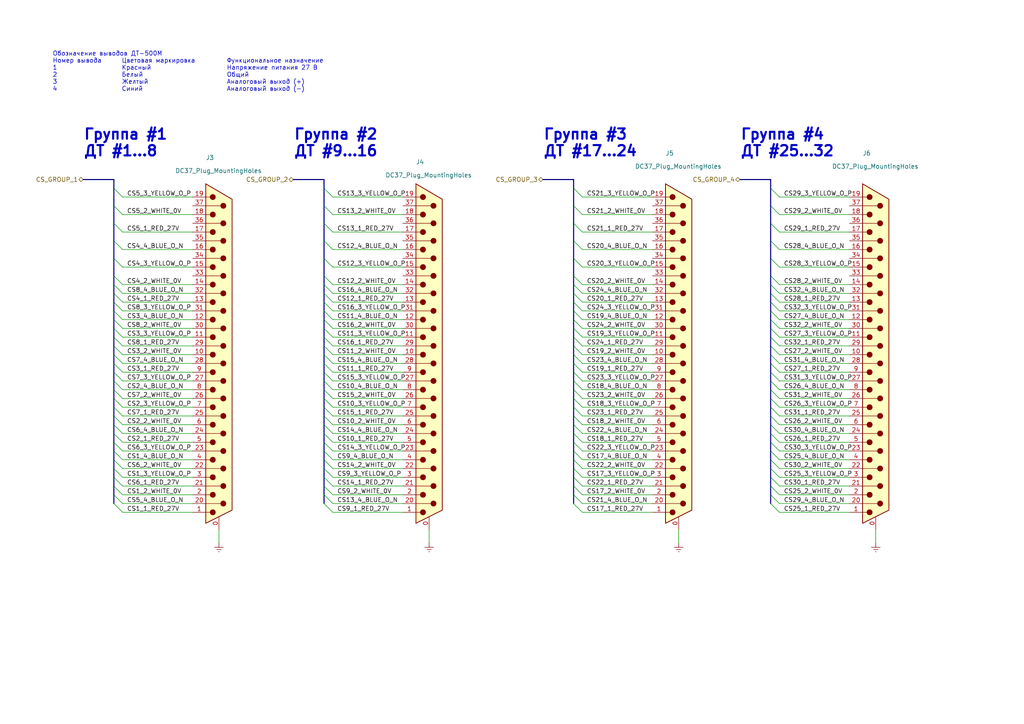
<source format=kicad_sch>
(kicad_sch (version 20230121) (generator eeschema)
  (paper "A4")
  (lib_symbols
    (symbol "Connector:DC37_Plug_MountingHoles" (pin_names (offset 1.016) hide)
      (property "Reference" "J" (at 0 52.705 0))
      (property "Value" "DC37_Plug_MountingHoles" (at 0 50.8 0))
      (symbol "DC37_Plug_MountingHoles_0_1"
        (circle (center -1.778 -45.72) (radius 0.762) (fill (type outline)))
        (circle (center -1.778 -40.64) (radius 0.762) (fill (type outline)))
        (circle (center -1.778 -35.56) (radius 0.762) (fill (type outline)))
        (circle (center -1.778 -30.48) (radius 0.762) (fill (type outline)))
        (circle (center -1.778 -25.4) (radius 0.762) (fill (type outline)))
        (circle (center -1.778 -20.32) (radius 0.762) (fill (type outline)))
        (circle (center -1.778 -15.24) (radius 0.762) (fill (type outline)))
        (circle (center -1.778 -10.16) (radius 0.762) (fill (type outline)))
        (circle (center -1.778 -5.08) (radius 0.762) (fill (type outline)))
        (circle (center -1.778 0) (radius 0.762) (fill (type outline)))
        (circle (center -1.778 5.08) (radius 0.762) (fill (type outline)))
        (circle (center -1.778 10.16) (radius 0.762) (fill (type outline)))
        (circle (center -1.778 15.24) (radius 0.762) (fill (type outline)))
        (circle (center -1.778 20.32) (radius 0.762) (fill (type outline)))
        (circle (center -1.778 25.4) (radius 0.762) (fill (type outline)))
        (circle (center -1.778 30.48) (radius 0.762) (fill (type outline)))
        (circle (center -1.778 35.56) (radius 0.762) (fill (type outline)))
        (circle (center -1.778 40.64) (radius 0.762) (fill (type outline)))
        (circle (center -1.778 45.72) (radius 0.762) (fill (type outline)))
        (polyline (pts (xy -3.81 -45.72) (xy -2.54 -45.72)))
        (polyline (pts (xy -3.81 -43.18) (xy 0.508 -43.18)))
        (polyline (pts (xy -3.81 -40.64) (xy -2.54 -40.64)))
        (polyline (pts (xy -3.81 -38.1) (xy 0.508 -38.1)))
        (polyline (pts (xy -3.81 -35.56) (xy -2.54 -35.56)))
        (polyline (pts (xy -3.81 -33.02) (xy 0.508 -33.02)))
        (polyline (pts (xy -3.81 -30.48) (xy -2.54 -30.48)))
        (polyline (pts (xy -3.81 -27.94) (xy 0.508 -27.94)))
        (polyline (pts (xy -3.81 -25.4) (xy -2.54 -25.4)))
        (polyline (pts (xy -3.81 -22.86) (xy 0.508 -22.86)))
        (polyline (pts (xy -3.81 -20.32) (xy -2.54 -20.32)))
        (polyline (pts (xy -3.81 -17.78) (xy 0.508 -17.78)))
        (polyline (pts (xy -3.81 -15.24) (xy -2.54 -15.24)))
        (polyline (pts (xy -3.81 -12.7) (xy 0.508 -12.7)))
        (polyline (pts (xy -3.81 -10.16) (xy -2.54 -10.16)))
        (polyline (pts (xy -3.81 -7.62) (xy 0.508 -7.62)))
        (polyline (pts (xy -3.81 -5.08) (xy -2.54 -5.08)))
        (polyline (pts (xy -3.81 -2.54) (xy 0.508 -2.54)))
        (polyline (pts (xy -3.81 0) (xy -2.54 0)))
        (polyline (pts (xy -3.81 2.54) (xy 0.508 2.54)))
        (polyline (pts (xy -3.81 5.08) (xy -2.54 5.08)))
        (polyline (pts (xy -3.81 7.62) (xy 0.508 7.62)))
        (polyline (pts (xy -3.81 10.16) (xy -2.54 10.16)))
        (polyline (pts (xy -3.81 12.7) (xy 0.508 12.7)))
        (polyline (pts (xy -3.81 15.24) (xy -2.54 15.24)))
        (polyline (pts (xy -3.81 17.78) (xy 0.508 17.78)))
        (polyline (pts (xy -3.81 20.32) (xy -2.54 20.32)))
        (polyline (pts (xy -3.81 22.86) (xy 0.508 22.86)))
        (polyline (pts (xy -3.81 25.4) (xy -2.54 25.4)))
        (polyline (pts (xy -3.81 27.94) (xy 0.508 27.94)))
        (polyline (pts (xy -3.81 30.48) (xy -2.54 30.48)))
        (polyline (pts (xy -3.81 33.02) (xy 0.508 33.02)))
        (polyline (pts (xy -3.81 35.56) (xy -2.54 35.56)))
        (polyline (pts (xy -3.81 38.1) (xy 0.508 38.1)))
        (polyline (pts (xy -3.81 40.64) (xy -2.54 40.64)))
        (polyline (pts (xy -3.81 43.18) (xy 0.508 43.18)))
        (polyline (pts (xy -3.81 45.72) (xy -2.54 45.72)))
        (polyline (pts (xy -3.81 49.53) (xy 3.81 45.085) (xy 3.81 -45.085) (xy -3.81 -48.895) (xy -3.81 49.53)) (stroke (width 0.254)) (fill (type background)))
        (circle (center 1.27 -43.18) (radius 0.762) (fill (type outline)))
        (circle (center 1.27 -38.1) (radius 0.762) (fill (type outline)))
        (circle (center 1.27 -33.02) (radius 0.762) (fill (type outline)))
        (circle (center 1.27 -27.94) (radius 0.762) (fill (type outline)))
        (circle (center 1.27 -22.86) (radius 0.762) (fill (type outline)))
        (circle (center 1.27 -17.78) (radius 0.762) (fill (type outline)))
        (circle (center 1.27 -12.7) (radius 0.762) (fill (type outline)))
        (circle (center 1.27 -7.62) (radius 0.762) (fill (type outline)))
        (circle (center 1.27 -2.54) (radius 0.762) (fill (type outline)))
        (circle (center 1.27 2.54) (radius 0.762) (fill (type outline)))
        (circle (center 1.27 7.62) (radius 0.762) (fill (type outline)))
        (circle (center 1.27 12.7) (radius 0.762) (fill (type outline)))
        (circle (center 1.27 17.78) (radius 0.762) (fill (type outline)))
        (circle (center 1.27 22.86) (radius 0.762) (fill (type outline)))
        (circle (center 1.27 27.94) (radius 0.762) (fill (type outline)))
        (circle (center 1.27 33.02) (radius 0.762) (fill (type outline)))
        (circle (center 1.27 38.1) (radius 0.762) (fill (type outline)))
        (circle (center 1.27 43.18) (radius 0.762) (fill (type outline)))
      )
      (symbol "DC37_Plug_MountingHoles_1_1"
        (pin passive line (at 0 -50.8 90) (length 3.81) (name "PAD") (number "0"))
        (pin passive line (at -7.62 -45.72 0) (length 3.81) (name "1") (number "1"))
        (pin passive line (at -7.62 0 0) (length 3.81) (name "10") (number "10"))
        (pin passive line (at -7.62 5.08 0) (length 3.81) (name "11") (number "11"))
        (pin passive line (at -7.62 10.16 0) (length 3.81) (name "12") (number "12"))
        (pin passive line (at -7.62 15.24 0) (length 3.81) (name "13") (number "13"))
        (pin passive line (at -7.62 20.32 0) (length 3.81) (name "14") (number "14"))
        (pin passive line (at -7.62 25.4 0) (length 3.81) (name "15") (number "15"))
        (pin passive line (at -7.62 30.48 0) (length 3.81) (name "16") (number "16"))
        (pin passive line (at -7.62 35.56 0) (length 3.81) (name "17") (number "17"))
        (pin passive line (at -7.62 40.64 0) (length 3.81) (name "18") (number "18"))
        (pin passive line (at -7.62 45.72 0) (length 3.81) (name "19") (number "19"))
        (pin passive line (at -7.62 -40.64 0) (length 3.81) (name "2") (number "2"))
        (pin passive line (at -7.62 -43.18 0) (length 3.81) (name "20") (number "20"))
        (pin passive line (at -7.62 -38.1 0) (length 3.81) (name "21") (number "21"))
        (pin passive line (at -7.62 -33.02 0) (length 3.81) (name "22") (number "22"))
        (pin passive line (at -7.62 -27.94 0) (length 3.81) (name "23") (number "23"))
        (pin passive line (at -7.62 -22.86 0) (length 3.81) (name "24") (number "24"))
        (pin passive line (at -7.62 -17.78 0) (length 3.81) (name "25") (number "25"))
        (pin passive line (at -7.62 -12.7 0) (length 3.81) (name "26") (number "26"))
        (pin passive line (at -7.62 -7.62 0) (length 3.81) (name "27") (number "27"))
        (pin passive line (at -7.62 -2.54 0) (length 3.81) (name "28") (number "28"))
        (pin passive line (at -7.62 2.54 0) (length 3.81) (name "29") (number "29"))
        (pin passive line (at -7.62 -35.56 0) (length 3.81) (name "3") (number "3"))
        (pin passive line (at -7.62 7.62 0) (length 3.81) (name "30") (number "30"))
        (pin passive line (at -7.62 12.7 0) (length 3.81) (name "31") (number "31"))
        (pin passive line (at -7.62 17.78 0) (length 3.81) (name "32") (number "32"))
        (pin passive line (at -7.62 22.86 0) (length 3.81) (name "33") (number "33"))
        (pin passive line (at -7.62 27.94 0) (length 3.81) (name "34") (number "34"))
        (pin passive line (at -7.62 33.02 0) (length 3.81) (name "35") (number "35"))
        (pin passive line (at -7.62 38.1 0) (length 3.81) (name "36") (number "36"))
        (pin passive line (at -7.62 43.18 0) (length 3.81) (name "37") (number "37"))
        (pin passive line (at -7.62 -30.48 0) (length 3.81) (name "4") (number "4"))
        (pin passive line (at -7.62 -25.4 0) (length 3.81) (name "5") (number "5"))
        (pin passive line (at -7.62 -20.32 0) (length 3.81) (name "6") (number "6"))
        (pin passive line (at -7.62 -15.24 0) (length 3.81) (name "7") (number "7"))
        (pin passive line (at -7.62 -10.16 0) (length 3.81) (name "8") (number "8"))
        (pin passive line (at -7.62 -5.08 0) (length 3.81) (name "9") (number "9"))
      )
    )
    (symbol "power:Earth" (power) (pin_names (offset 0))
      (symbol "Earth_0_1"
        (polyline (pts (xy -0.635 -1.905) (xy 0.635 -1.905)))
        (polyline (pts (xy -0.127 -2.54) (xy 0.127 -2.54)))
        (polyline (pts (xy 0 -1.27) (xy 0 0)))
        (polyline (pts (xy 1.27 -1.27) (xy -1.27 -1.27)))
      )
      (symbol "Earth_1_1"
        (pin power_in line (at 0 0 270) (length 0) hide (name "Earth") (number "1"))
      )
    )
  )
  (bus_entry (at 33.02 146.05) (size 2.54 2.54))
  (bus_entry (at 166.37 123.19) (size 2.54 2.54))
  (bus_entry (at 33.02 138.43) (size 2.54 2.54))
  (bus_entry (at 33.02 118.11) (size 2.54 2.54))
  (bus_entry (at 223.52 125.73) (size 2.54 2.54))
  (bus_entry (at 93.98 69.85) (size 2.54 2.54))
  (bus_entry (at 93.98 92.71) (size 2.54 2.54))
  (bus_entry (at 93.98 105.41) (size 2.54 2.54))
  (bus_entry (at 33.02 85.09) (size 2.54 2.54))
  (bus_entry (at 166.37 69.85) (size 2.54 2.54))
  (bus_entry (at 33.02 113.03) (size 2.54 2.54))
  (bus_entry (at 223.52 128.27) (size 2.54 2.54))
  (bus_entry (at 166.37 113.03) (size 2.54 2.54))
  (bus_entry (at 223.52 130.81) (size 2.54 2.54))
  (bus_entry (at 93.98 120.65) (size 2.54 2.54))
  (bus_entry (at 33.02 125.73) (size 2.54 2.54))
  (bus_entry (at 166.37 105.41) (size 2.54 2.54))
  (bus_entry (at 166.37 85.09) (size 2.54 2.54))
  (bus_entry (at 33.02 110.49) (size 2.54 2.54))
  (bus_entry (at 33.02 97.79) (size 2.54 2.54))
  (bus_entry (at 166.37 125.73) (size 2.54 2.54))
  (bus_entry (at 223.52 120.65) (size 2.54 2.54))
  (bus_entry (at 93.98 87.63) (size 2.54 2.54))
  (bus_entry (at 223.52 138.43) (size 2.54 2.54))
  (bus_entry (at 223.52 123.19) (size 2.54 2.54))
  (bus_entry (at 93.98 115.57) (size 2.54 2.54))
  (bus_entry (at 93.98 138.43) (size 2.54 2.54))
  (bus_entry (at 166.37 102.87) (size 2.54 2.54))
  (bus_entry (at 166.37 80.01) (size 2.54 2.54))
  (bus_entry (at 93.98 110.49) (size 2.54 2.54))
  (bus_entry (at 33.02 135.89) (size 2.54 2.54))
  (bus_entry (at 93.98 80.01) (size 2.54 2.54))
  (bus_entry (at 93.98 128.27) (size 2.54 2.54))
  (bus_entry (at 93.98 95.25) (size 2.54 2.54))
  (bus_entry (at 33.02 64.77) (size 2.54 2.54))
  (bus_entry (at 166.37 135.89) (size 2.54 2.54))
  (bus_entry (at 33.02 143.51) (size 2.54 2.54))
  (bus_entry (at 93.98 133.35) (size 2.54 2.54))
  (bus_entry (at 166.37 107.95) (size 2.54 2.54))
  (bus_entry (at 223.52 74.93) (size 2.54 2.54))
  (bus_entry (at 33.02 74.93) (size 2.54 2.54))
  (bus_entry (at 223.52 64.77) (size 2.54 2.54))
  (bus_entry (at 93.98 85.09) (size 2.54 2.54))
  (bus_entry (at 93.98 90.17) (size 2.54 2.54))
  (bus_entry (at 33.02 140.97) (size 2.54 2.54))
  (bus_entry (at 166.37 138.43) (size 2.54 2.54))
  (bus_entry (at 93.98 97.79) (size 2.54 2.54))
  (bus_entry (at 33.02 100.33) (size 2.54 2.54))
  (bus_entry (at 223.52 80.01) (size 2.54 2.54))
  (bus_entry (at 223.52 140.97) (size 2.54 2.54))
  (bus_entry (at 166.37 118.11) (size 2.54 2.54))
  (bus_entry (at 223.52 143.51) (size 2.54 2.54))
  (bus_entry (at 33.02 120.65) (size 2.54 2.54))
  (bus_entry (at 166.37 87.63) (size 2.54 2.54))
  (bus_entry (at 223.52 146.05) (size 2.54 2.54))
  (bus_entry (at 33.02 123.19) (size 2.54 2.54))
  (bus_entry (at 223.52 118.11) (size 2.54 2.54))
  (bus_entry (at 166.37 110.49) (size 2.54 2.54))
  (bus_entry (at 33.02 92.71) (size 2.54 2.54))
  (bus_entry (at 166.37 97.79) (size 2.54 2.54))
  (bus_entry (at 33.02 130.81) (size 2.54 2.54))
  (bus_entry (at 93.98 59.69) (size 2.54 2.54))
  (bus_entry (at 166.37 128.27) (size 2.54 2.54))
  (bus_entry (at 166.37 92.71) (size 2.54 2.54))
  (bus_entry (at 223.52 115.57) (size 2.54 2.54))
  (bus_entry (at 93.98 140.97) (size 2.54 2.54))
  (bus_entry (at 166.37 100.33) (size 2.54 2.54))
  (bus_entry (at 93.98 64.77) (size 2.54 2.54))
  (bus_entry (at 166.37 115.57) (size 2.54 2.54))
  (bus_entry (at 166.37 90.17) (size 2.54 2.54))
  (bus_entry (at 223.52 87.63) (size 2.54 2.54))
  (bus_entry (at 93.98 130.81) (size 2.54 2.54))
  (bus_entry (at 223.52 135.89) (size 2.54 2.54))
  (bus_entry (at 223.52 133.35) (size 2.54 2.54))
  (bus_entry (at 33.02 90.17) (size 2.54 2.54))
  (bus_entry (at 166.37 143.51) (size 2.54 2.54))
  (bus_entry (at 93.98 135.89) (size 2.54 2.54))
  (bus_entry (at 223.52 85.09) (size 2.54 2.54))
  (bus_entry (at 223.52 82.55) (size 2.54 2.54))
  (bus_entry (at 33.02 105.41) (size 2.54 2.54))
  (bus_entry (at 33.02 87.63) (size 2.54 2.54))
  (bus_entry (at 166.37 59.69) (size 2.54 2.54))
  (bus_entry (at 33.02 95.25) (size 2.54 2.54))
  (bus_entry (at 166.37 54.61) (size 2.54 2.54))
  (bus_entry (at 93.98 82.55) (size 2.54 2.54))
  (bus_entry (at 166.37 82.55) (size 2.54 2.54))
  (bus_entry (at 166.37 130.81) (size 2.54 2.54))
  (bus_entry (at 223.52 97.79) (size 2.54 2.54))
  (bus_entry (at 93.98 113.03) (size 2.54 2.54))
  (bus_entry (at 223.52 107.95) (size 2.54 2.54))
  (bus_entry (at 223.52 113.03) (size 2.54 2.54))
  (bus_entry (at 93.98 100.33) (size 2.54 2.54))
  (bus_entry (at 166.37 120.65) (size 2.54 2.54))
  (bus_entry (at 33.02 82.55) (size 2.54 2.54))
  (bus_entry (at 93.98 118.11) (size 2.54 2.54))
  (bus_entry (at 166.37 146.05) (size 2.54 2.54))
  (bus_entry (at 223.52 92.71) (size 2.54 2.54))
  (bus_entry (at 33.02 102.87) (size 2.54 2.54))
  (bus_entry (at 223.52 105.41) (size 2.54 2.54))
  (bus_entry (at 223.52 110.49) (size 2.54 2.54))
  (bus_entry (at 33.02 128.27) (size 2.54 2.54))
  (bus_entry (at 223.52 102.87) (size 2.54 2.54))
  (bus_entry (at 223.52 59.69) (size 2.54 2.54))
  (bus_entry (at 33.02 107.95) (size 2.54 2.54))
  (bus_entry (at 33.02 59.69) (size 2.54 2.54))
  (bus_entry (at 33.02 133.35) (size 2.54 2.54))
  (bus_entry (at 93.98 123.19) (size 2.54 2.54))
  (bus_entry (at 223.52 100.33) (size 2.54 2.54))
  (bus_entry (at 223.52 95.25) (size 2.54 2.54))
  (bus_entry (at 166.37 64.77) (size 2.54 2.54))
  (bus_entry (at 166.37 95.25) (size 2.54 2.54))
  (bus_entry (at 33.02 54.61) (size 2.54 2.54))
  (bus_entry (at 33.02 69.85) (size 2.54 2.54))
  (bus_entry (at 166.37 74.93) (size 2.54 2.54))
  (bus_entry (at 33.02 80.01) (size 2.54 2.54))
  (bus_entry (at 93.98 54.61) (size 2.54 2.54))
  (bus_entry (at 93.98 146.05) (size 2.54 2.54))
  (bus_entry (at 93.98 125.73) (size 2.54 2.54))
  (bus_entry (at 93.98 74.93) (size 2.54 2.54))
  (bus_entry (at 93.98 102.87) (size 2.54 2.54))
  (bus_entry (at 166.37 133.35) (size 2.54 2.54))
  (bus_entry (at 223.52 90.17) (size 2.54 2.54))
  (bus_entry (at 166.37 140.97) (size 2.54 2.54))
  (bus_entry (at 93.98 107.95) (size 2.54 2.54))
  (bus_entry (at 223.52 69.85) (size 2.54 2.54))
  (bus_entry (at 223.52 54.61) (size 2.54 2.54))
  (bus_entry (at 93.98 143.51) (size 2.54 2.54))
  (bus_entry (at 33.02 115.57) (size 2.54 2.54))
  (wire (pts (xy 96.52 113.03) (xy 116.84 113.03)))
  (wire (pts (xy 168.91 107.95) (xy 189.23 107.95)))
  (bus (pts (xy 166.37 125.73) (xy 166.37 123.19)))
  (bus (pts (xy 85.09 52.07) (xy 93.98 52.07)))
  (wire (pts (xy 96.52 146.05) (xy 116.84 146.05)))
  (bus (pts (xy 166.37 97.79) (xy 166.37 95.25)))
  (bus (pts (xy 33.02 90.17) (xy 33.02 87.63)))
  (wire (pts (xy 35.56 120.65) (xy 55.88 120.65)))
  (bus (pts (xy 166.37 69.85) (xy 166.37 64.77)))
  (bus (pts (xy 33.02 118.11) (xy 33.02 115.57)))
  (wire (pts (xy 35.56 125.73) (xy 55.88 125.73)))
  (wire (pts (xy 168.91 82.55) (xy 189.23 82.55)))
  (wire (pts (xy 226.06 107.95) (xy 246.38 107.95)))
  (bus (pts (xy 166.37 80.01) (xy 166.37 74.93)))
  (wire (pts (xy 168.91 115.57) (xy 189.23 115.57)))
  (wire (pts (xy 35.56 118.11) (xy 55.88 118.11)))
  (bus (pts (xy 33.02 138.43) (xy 33.02 135.89)))
  (wire (pts (xy 226.06 57.15) (xy 246.38 57.15)))
  (bus (pts (xy 223.52 87.63) (xy 223.52 85.09)))
  (wire (pts (xy 96.52 133.35) (xy 116.84 133.35)))
  (wire (pts (xy 254 153.67) (xy 254 157.48)))
  (wire (pts (xy 96.52 148.59) (xy 116.84 148.59)))
  (wire (pts (xy 96.52 110.49) (xy 116.84 110.49)))
  (wire (pts (xy 35.56 100.33) (xy 55.88 100.33)))
  (bus (pts (xy 93.98 130.81) (xy 93.98 128.27)))
  (wire (pts (xy 96.52 135.89) (xy 116.84 135.89)))
  (bus (pts (xy 93.98 133.35) (xy 93.98 130.81)))
  (wire (pts (xy 226.06 72.39) (xy 246.38 72.39)))
  (wire (pts (xy 96.52 62.23) (xy 116.84 62.23)))
  (wire (pts (xy 168.91 62.23) (xy 189.23 62.23)))
  (bus (pts (xy 223.52 130.81) (xy 223.52 128.27)))
  (wire (pts (xy 35.56 107.95) (xy 55.88 107.95)))
  (bus (pts (xy 93.98 97.79) (xy 93.98 95.25)))
  (bus (pts (xy 93.98 64.77) (xy 93.98 59.69)))
  (wire (pts (xy 226.06 85.09) (xy 246.38 85.09)))
  (wire (pts (xy 168.91 125.73) (xy 189.23 125.73)))
  (wire (pts (xy 168.91 143.51) (xy 189.23 143.51)))
  (bus (pts (xy 93.98 113.03) (xy 93.98 110.49)))
  (bus (pts (xy 93.98 143.51) (xy 93.98 140.97)))
  (wire (pts (xy 168.91 146.05) (xy 189.23 146.05)))
  (wire (pts (xy 226.06 67.31) (xy 246.38 67.31)))
  (wire (pts (xy 168.91 123.19) (xy 189.23 123.19)))
  (wire (pts (xy 96.52 85.09) (xy 116.84 85.09)))
  (bus (pts (xy 166.37 100.33) (xy 166.37 97.79)))
  (bus (pts (xy 33.02 143.51) (xy 33.02 140.97)))
  (bus (pts (xy 157.48 52.07) (xy 166.37 52.07)))
  (bus (pts (xy 223.52 90.17) (xy 223.52 87.63)))
  (bus (pts (xy 33.02 95.25) (xy 33.02 92.71)))
  (bus (pts (xy 166.37 143.51) (xy 166.37 140.97)))
  (bus (pts (xy 33.02 110.49) (xy 33.02 107.95)))
  (wire (pts (xy 35.56 146.05) (xy 55.88 146.05)))
  (bus (pts (xy 223.52 69.85) (xy 223.52 64.77)))
  (bus (pts (xy 33.02 107.95) (xy 33.02 105.41)))
  (wire (pts (xy 35.56 123.19) (xy 55.88 123.19)))
  (wire (pts (xy 96.52 125.73) (xy 116.84 125.73)))
  (wire (pts (xy 226.06 77.47) (xy 246.38 77.47)))
  (bus (pts (xy 33.02 125.73) (xy 33.02 123.19)))
  (bus (pts (xy 223.52 54.61) (xy 223.52 52.07)))
  (bus (pts (xy 166.37 128.27) (xy 166.37 125.73)))
  (wire (pts (xy 96.52 102.87) (xy 116.84 102.87)))
  (wire (pts (xy 226.06 113.03) (xy 246.38 113.03)))
  (bus (pts (xy 33.02 123.19) (xy 33.02 120.65)))
  (bus (pts (xy 223.52 80.01) (xy 223.52 74.93)))
  (wire (pts (xy 168.91 87.63) (xy 189.23 87.63)))
  (bus (pts (xy 33.02 87.63) (xy 33.02 85.09)))
  (bus (pts (xy 166.37 105.41) (xy 166.37 102.87)))
  (bus (pts (xy 93.98 59.69) (xy 93.98 54.61)))
  (wire (pts (xy 168.91 92.71) (xy 189.23 92.71)))
  (wire (pts (xy 96.52 138.43) (xy 116.84 138.43)))
  (wire (pts (xy 96.52 82.55) (xy 116.84 82.55)))
  (bus (pts (xy 223.52 123.19) (xy 223.52 120.65)))
  (bus (pts (xy 33.02 69.85) (xy 33.02 64.77)))
  (bus (pts (xy 166.37 102.87) (xy 166.37 100.33)))
  (bus (pts (xy 223.52 97.79) (xy 223.52 95.25)))
  (wire (pts (xy 35.56 57.15) (xy 55.88 57.15)))
  (bus (pts (xy 166.37 95.25) (xy 166.37 92.71)))
  (wire (pts (xy 63.5 153.67) (xy 63.5 157.48)))
  (bus (pts (xy 223.52 146.05) (xy 223.52 143.51)))
  (bus (pts (xy 223.52 85.09) (xy 223.52 82.55)))
  (wire (pts (xy 35.56 113.03) (xy 55.88 113.03)))
  (bus (pts (xy 33.02 113.03) (xy 33.02 110.49)))
  (bus (pts (xy 223.52 105.41) (xy 223.52 102.87)))
  (bus (pts (xy 24.13 52.07) (xy 33.02 52.07)))
  (bus (pts (xy 93.98 118.11) (xy 93.98 115.57)))
  (wire (pts (xy 35.56 105.41) (xy 55.88 105.41)))
  (wire (pts (xy 35.56 77.47) (xy 55.88 77.47)))
  (bus (pts (xy 166.37 130.81) (xy 166.37 128.27)))
  (bus (pts (xy 33.02 64.77) (xy 33.02 59.69)))
  (bus (pts (xy 223.52 135.89) (xy 223.52 133.35)))
  (wire (pts (xy 226.06 92.71) (xy 246.38 92.71)))
  (wire (pts (xy 168.91 77.47) (xy 189.23 77.47)))
  (bus (pts (xy 33.02 130.81) (xy 33.02 128.27)))
  (bus (pts (xy 93.98 74.93) (xy 93.98 69.85)))
  (bus (pts (xy 93.98 115.57) (xy 93.98 113.03)))
  (wire (pts (xy 168.91 72.39) (xy 189.23 72.39)))
  (bus (pts (xy 93.98 95.25) (xy 93.98 92.71)))
  (bus (pts (xy 166.37 140.97) (xy 166.37 138.43)))
  (wire (pts (xy 35.56 62.23) (xy 55.88 62.23)))
  (wire (pts (xy 168.91 113.03) (xy 189.23 113.03)))
  (wire (pts (xy 226.06 143.51) (xy 246.38 143.51)))
  (bus (pts (xy 223.52 64.77) (xy 223.52 59.69)))
  (wire (pts (xy 96.52 57.15) (xy 116.84 57.15)))
  (bus (pts (xy 166.37 133.35) (xy 166.37 130.81)))
  (bus (pts (xy 33.02 59.69) (xy 33.02 54.61)))
  (bus (pts (xy 93.98 120.65) (xy 93.98 118.11)))
  (wire (pts (xy 96.52 67.31) (xy 116.84 67.31)))
  (wire (pts (xy 168.91 148.59) (xy 189.23 148.59)))
  (wire (pts (xy 226.06 135.89) (xy 246.38 135.89)))
  (wire (pts (xy 226.06 95.25) (xy 246.38 95.25)))
  (bus (pts (xy 223.52 138.43) (xy 223.52 135.89)))
  (bus (pts (xy 166.37 85.09) (xy 166.37 82.55)))
  (bus (pts (xy 93.98 135.89) (xy 93.98 133.35)))
  (wire (pts (xy 168.91 67.31) (xy 189.23 67.31)))
  (wire (pts (xy 96.52 105.41) (xy 116.84 105.41)))
  (bus (pts (xy 223.52 82.55) (xy 223.52 80.01)))
  (wire (pts (xy 96.52 123.19) (xy 116.84 123.19)))
  (wire (pts (xy 226.06 62.23) (xy 246.38 62.23)))
  (wire (pts (xy 96.52 120.65) (xy 116.84 120.65)))
  (wire (pts (xy 35.56 133.35) (xy 55.88 133.35)))
  (bus (pts (xy 33.02 115.57) (xy 33.02 113.03)))
  (bus (pts (xy 223.52 95.25) (xy 223.52 92.71)))
  (wire (pts (xy 168.91 95.25) (xy 189.23 95.25)))
  (bus (pts (xy 166.37 123.19) (xy 166.37 120.65)))
  (wire (pts (xy 96.52 97.79) (xy 116.84 97.79)))
  (wire (pts (xy 226.06 105.41) (xy 246.38 105.41)))
  (wire (pts (xy 168.91 128.27) (xy 189.23 128.27)))
  (wire (pts (xy 35.56 67.31) (xy 55.88 67.31)))
  (bus (pts (xy 223.52 110.49) (xy 223.52 107.95)))
  (wire (pts (xy 96.52 118.11) (xy 116.84 118.11)))
  (wire (pts (xy 35.56 87.63) (xy 55.88 87.63)))
  (bus (pts (xy 93.98 102.87) (xy 93.98 100.33)))
  (bus (pts (xy 33.02 120.65) (xy 33.02 118.11)))
  (wire (pts (xy 226.06 133.35) (xy 246.38 133.35)))
  (bus (pts (xy 33.02 54.61) (xy 33.02 52.07)))
  (bus (pts (xy 93.98 107.95) (xy 93.98 105.41)))
  (wire (pts (xy 35.56 90.17) (xy 55.88 90.17)))
  (bus (pts (xy 33.02 140.97) (xy 33.02 138.43)))
  (wire (pts (xy 226.06 128.27) (xy 246.38 128.27)))
  (wire (pts (xy 96.52 90.17) (xy 116.84 90.17)))
  (bus (pts (xy 33.02 102.87) (xy 33.02 100.33)))
  (bus (pts (xy 33.02 85.09) (xy 33.02 82.55)))
  (bus (pts (xy 166.37 135.89) (xy 166.37 133.35)))
  (bus (pts (xy 223.52 107.95) (xy 223.52 105.41)))
  (wire (pts (xy 168.91 102.87) (xy 189.23 102.87)))
  (bus (pts (xy 223.52 102.87) (xy 223.52 100.33)))
  (wire (pts (xy 35.56 85.09) (xy 55.88 85.09)))
  (wire (pts (xy 35.56 102.87) (xy 55.88 102.87)))
  (wire (pts (xy 168.91 133.35) (xy 189.23 133.35)))
  (bus (pts (xy 223.52 118.11) (xy 223.52 115.57)))
  (bus (pts (xy 166.37 74.93) (xy 166.37 69.85)))
  (bus (pts (xy 93.98 90.17) (xy 93.98 87.63)))
  (wire (pts (xy 35.56 72.39) (xy 55.88 72.39)))
  (bus (pts (xy 33.02 128.27) (xy 33.02 125.73)))
  (bus (pts (xy 166.37 110.49) (xy 166.37 107.95)))
  (bus (pts (xy 223.52 128.27) (xy 223.52 125.73)))
  (wire (pts (xy 226.06 123.19) (xy 246.38 123.19)))
  (bus (pts (xy 223.52 92.71) (xy 223.52 90.17)))
  (wire (pts (xy 226.06 87.63) (xy 246.38 87.63)))
  (wire (pts (xy 226.06 115.57) (xy 246.38 115.57)))
  (bus (pts (xy 93.98 54.61) (xy 93.98 52.07)))
  (wire (pts (xy 168.91 140.97) (xy 189.23 140.97)))
  (bus (pts (xy 33.02 92.71) (xy 33.02 90.17)))
  (bus (pts (xy 223.52 100.33) (xy 223.52 97.79)))
  (wire (pts (xy 96.52 100.33) (xy 116.84 100.33)))
  (bus (pts (xy 93.98 125.73) (xy 93.98 123.19)))
  (wire (pts (xy 226.06 102.87) (xy 246.38 102.87)))
  (bus (pts (xy 223.52 133.35) (xy 223.52 130.81)))
  (wire (pts (xy 168.91 100.33) (xy 189.23 100.33)))
  (wire (pts (xy 35.56 130.81) (xy 55.88 130.81)))
  (bus (pts (xy 33.02 97.79) (xy 33.02 95.25)))
  (bus (pts (xy 166.37 59.69) (xy 166.37 54.61)))
  (wire (pts (xy 168.91 135.89) (xy 189.23 135.89)))
  (wire (pts (xy 226.06 148.59) (xy 246.38 148.59)))
  (wire (pts (xy 35.56 148.59) (xy 55.88 148.59)))
  (wire (pts (xy 35.56 95.25) (xy 55.88 95.25)))
  (bus (pts (xy 93.98 69.85) (xy 93.98 64.77)))
  (wire (pts (xy 168.91 138.43) (xy 189.23 138.43)))
  (bus (pts (xy 33.02 80.01) (xy 33.02 74.93)))
  (wire (pts (xy 226.06 146.05) (xy 246.38 146.05)))
  (bus (pts (xy 166.37 146.05) (xy 166.37 143.51)))
  (wire (pts (xy 168.91 130.81) (xy 189.23 130.81)))
  (bus (pts (xy 166.37 64.77) (xy 166.37 59.69)))
  (bus (pts (xy 93.98 82.55) (xy 93.98 80.01)))
  (bus (pts (xy 223.52 125.73) (xy 223.52 123.19)))
  (bus (pts (xy 93.98 80.01) (xy 93.98 74.93)))
  (wire (pts (xy 168.91 118.11) (xy 189.23 118.11)))
  (bus (pts (xy 93.98 123.19) (xy 93.98 120.65)))
  (bus (pts (xy 166.37 107.95) (xy 166.37 105.41)))
  (wire (pts (xy 35.56 97.79) (xy 55.88 97.79)))
  (bus (pts (xy 33.02 146.05) (xy 33.02 143.51)))
  (wire (pts (xy 96.52 87.63) (xy 116.84 87.63)))
  (bus (pts (xy 93.98 87.63) (xy 93.98 85.09)))
  (wire (pts (xy 35.56 143.51) (xy 55.88 143.51)))
  (wire (pts (xy 96.52 128.27) (xy 116.84 128.27)))
  (wire (pts (xy 226.06 138.43) (xy 246.38 138.43)))
  (bus (pts (xy 223.52 143.51) (xy 223.52 140.97)))
  (bus (pts (xy 223.52 115.57) (xy 223.52 113.03)))
  (bus (pts (xy 166.37 120.65) (xy 166.37 118.11)))
  (bus (pts (xy 166.37 87.63) (xy 166.37 85.09)))
  (bus (pts (xy 93.98 138.43) (xy 93.98 135.89)))
  (bus (pts (xy 223.52 59.69) (xy 223.52 54.61)))
  (bus (pts (xy 166.37 113.03) (xy 166.37 110.49)))
  (wire (pts (xy 96.52 77.47) (xy 116.84 77.47)))
  (wire (pts (xy 168.91 90.17) (xy 189.23 90.17)))
  (bus (pts (xy 33.02 105.41) (xy 33.02 102.87)))
  (bus (pts (xy 166.37 118.11) (xy 166.37 115.57)))
  (bus (pts (xy 93.98 110.49) (xy 93.98 107.95)))
  (wire (pts (xy 226.06 110.49) (xy 246.38 110.49)))
  (wire (pts (xy 96.52 143.51) (xy 116.84 143.51)))
  (wire (pts (xy 96.52 72.39) (xy 116.84 72.39)))
  (bus (pts (xy 223.52 113.03) (xy 223.52 110.49)))
  (wire (pts (xy 35.56 135.89) (xy 55.88 135.89)))
  (wire (pts (xy 168.91 105.41) (xy 189.23 105.41)))
  (wire (pts (xy 96.52 95.25) (xy 116.84 95.25)))
  (wire (pts (xy 226.06 140.97) (xy 246.38 140.97)))
  (wire (pts (xy 168.91 57.15) (xy 189.23 57.15)))
  (bus (pts (xy 223.52 140.97) (xy 223.52 138.43)))
  (wire (pts (xy 168.91 110.49) (xy 189.23 110.49)))
  (wire (pts (xy 35.56 92.71) (xy 55.88 92.71)))
  (wire (pts (xy 96.52 92.71) (xy 116.84 92.71)))
  (wire (pts (xy 226.06 120.65) (xy 246.38 120.65)))
  (wire (pts (xy 226.06 90.17) (xy 246.38 90.17)))
  (bus (pts (xy 33.02 135.89) (xy 33.02 133.35)))
  (wire (pts (xy 96.52 140.97) (xy 116.84 140.97)))
  (wire (pts (xy 35.56 128.27) (xy 55.88 128.27)))
  (bus (pts (xy 93.98 92.71) (xy 93.98 90.17)))
  (bus (pts (xy 93.98 128.27) (xy 93.98 125.73)))
  (wire (pts (xy 168.91 85.09) (xy 189.23 85.09)))
  (wire (pts (xy 168.91 120.65) (xy 189.23 120.65)))
  (wire (pts (xy 96.52 130.81) (xy 116.84 130.81)))
  (bus (pts (xy 93.98 146.05) (xy 93.98 143.51)))
  (bus (pts (xy 166.37 90.17) (xy 166.37 87.63)))
  (wire (pts (xy 96.52 115.57) (xy 116.84 115.57)))
  (wire (pts (xy 35.56 115.57) (xy 55.88 115.57)))
  (bus (pts (xy 166.37 115.57) (xy 166.37 113.03)))
  (bus (pts (xy 33.02 100.33) (xy 33.02 97.79)))
  (bus (pts (xy 166.37 54.61) (xy 166.37 52.07)))
  (wire (pts (xy 226.06 82.55) (xy 246.38 82.55)))
  (wire (pts (xy 226.06 130.81) (xy 246.38 130.81)))
  (bus (pts (xy 93.98 85.09) (xy 93.98 82.55)))
  (wire (pts (xy 35.56 140.97) (xy 55.88 140.97)))
  (bus (pts (xy 166.37 92.71) (xy 166.37 90.17)))
  (wire (pts (xy 35.56 82.55) (xy 55.88 82.55)))
  (wire (pts (xy 96.52 107.95) (xy 116.84 107.95)))
  (bus (pts (xy 93.98 105.41) (xy 93.98 102.87)))
  (wire (pts (xy 226.06 97.79) (xy 246.38 97.79)))
  (bus (pts (xy 223.52 74.93) (xy 223.52 69.85)))
  (bus (pts (xy 223.52 120.65) (xy 223.52 118.11)))
  (bus (pts (xy 33.02 133.35) (xy 33.02 130.81)))
  (bus (pts (xy 166.37 82.55) (xy 166.37 80.01)))
  (wire (pts (xy 168.91 97.79) (xy 189.23 97.79)))
  (wire (pts (xy 196.85 153.67) (xy 196.85 157.48)))
  (wire (pts (xy 35.56 110.49) (xy 55.88 110.49)))
  (bus (pts (xy 214.63 52.07) (xy 223.52 52.07)))
  (bus (pts (xy 33.02 74.93) (xy 33.02 69.85)))
  (wire (pts (xy 226.06 118.11) (xy 246.38 118.11)))
  (bus (pts (xy 93.98 100.33) (xy 93.98 97.79)))
  (wire (pts (xy 226.06 125.73) (xy 246.38 125.73)))
  (bus (pts (xy 33.02 82.55) (xy 33.02 80.01)))
  (wire (pts (xy 124.46 153.67) (xy 124.46 157.48)))
  (bus (pts (xy 166.37 138.43) (xy 166.37 135.89)))
  (wire (pts (xy 35.56 138.43) (xy 55.88 138.43)))
  (wire (pts (xy 226.06 100.33) (xy 246.38 100.33)))
  (bus (pts (xy 93.98 140.97) (xy 93.98 138.43)))
  (text "Группа #2\nДТ #9...16" (at 85.09 45.72 0) (effects (font (size 3 3) (thickness 0.6) bold) (justify left bottom)))
  (text "Обозначение выводов ДТ-500М\nНомер вывода	Цветовая маркировка		Функциональное назначение\n1 				Красный 				Напряжение питания 27 В\n2 				Белый 					Общий\n3 				Желтый 					Аналоговый выход (+)\n4 				Синий 					Аналоговый выход (-)" (at 15.24 26.67 0) (effects (font (size 1.27 1.27)) (justify left bottom)))
  (text "Группа #3\nДТ #17...24" (at 157.48 45.72 0) (effects (font (size 3 3) (thickness 0.6) bold) (justify left bottom)))
  (text "Группа #1\nДТ #1...8" (at 24.13 45.72 0) (effects (font (size 3 3) (thickness 0.6) bold) (justify left bottom)))
  (text "Группа #4\nДТ #25...32" (at 214.63 45.72 0) (effects (font (size 3 3) (thickness 0.6) bold) (justify left bottom)))
  (label "CS18_2_WHITE_0V" (at 170.18 123.19 0))
  (label "CS1_4_BLUE_O_N" (at 36.83 133.35 0))
  (label "CS4_4_BLUE_O_N" (at 36.83 72.39 0))
  (label "CS18_3_YELLOW_O_P" (at 170.18 118.11 0))
  (label "CS20_1_RED_27V" (at 170.18 87.63 0))
  (label "CS4_3_YELLOW_O_P" (at 36.83 77.47 0))
  (label "CS15_1_RED_27V" (at 97.79 120.65 0))
  (label "CS5_2_WHITE_0V" (at 36.83 62.23 0))
  (label "CS18_1_RED_27V" (at 170.18 128.27 0))
  (label "CS12_4_BLUE_O_N" (at 97.79 72.39 0))
  (label "CS32_3_YELLOW_O_P" (at 227.33 90.17 0))
  (label "CS2_4_BLUE_O_N" (at 36.83 113.03 0))
  (label "CS9_2_WHITE_0V" (at 97.79 143.51 0))
  (label "CS20_3_YELLOW_O_P" (at 170.18 77.47 0))
  (label "CS28_1_RED_27V" (at 227.33 87.63 0))
  (label "CS18_4_BLUE_O_N" (at 170.18 113.03 0))
  (label "CS32_4_BLUE_O_N" (at 227.33 85.09 0))
  (label "CS2_3_YELLOW_O_P" (at 36.83 118.11 0))
  (label "CS15_4_BLUE_O_N" (at 97.79 105.41 0))
  (label "CS16_1_RED_27V" (at 97.79 100.33 0))
  (label "CS8_1_RED_27V" (at 36.83 100.33 0))
  (label "CS29_4_BLUE_O_N" (at 227.33 146.05 0))
  (label "CS5_3_YELLOW_O_P" (at 36.83 57.15 0))
  (label "CS8_2_WHITE_0V" (at 36.83 95.25 0))
  (label "CS23_1_RED_27V" (at 170.18 120.65 0))
  (label "CS3_2_WHITE_0V" (at 36.83 102.87 0))
  (label "CS5_1_RED_27V" (at 36.83 67.31 0))
  (label "CS22_4_BLUE_O_N" (at 170.18 125.73 0))
  (label "CS30_3_YELLOW_O_P" (at 227.33 130.81 0))
  (label "CS21_4_BLUE_O_N" (at 170.18 146.05 0))
  (label "CS12_2_WHITE_0V" (at 97.79 82.55 0))
  (label "CS31_3_YELLOW_O_P" (at 227.33 110.49 0))
  (label "CS4_1_RED_27V" (at 36.83 87.63 0))
  (label "CS24_2_WHITE_0V" (at 170.18 95.25 0))
  (label "CS28_4_BLUE_O_N" (at 227.33 72.39 0))
  (label "CS3_1_RED_27V" (at 36.83 107.95 0))
  (label "CS8_4_BLUE_O_N" (at 36.83 85.09 0))
  (label "CS30_4_BLUE_O_N" (at 227.33 125.73 0))
  (label "CS12_1_RED_27V" (at 97.79 87.63 0))
  (label "CS25_3_YELLOW_O_P" (at 227.33 138.43 0))
  (label "CS5_4_BLUE_O_N" (at 36.83 146.05 0))
  (label "CS12_3_YELLOW_O_P" (at 97.79 77.47 0))
  (label "CS11_2_WHITE_0V" (at 97.79 102.87 0))
  (label "CS10_1_RED_27V" (at 97.79 128.27 0))
  (label "CS24_3_YELLOW_O_P" (at 170.18 90.17 0))
  (label "CS15_2_WHITE_0V" (at 97.79 115.57 0))
  (label "CS20_2_WHITE_0V" (at 170.18 82.55 0))
  (label "CS9_4_BLUE_O_N" (at 97.79 133.35 0))
  (label "CS10_3_YELLOW_O_P" (at 97.79 118.11 0))
  (label "CS6_4_BLUE_O_N" (at 36.83 125.73 0))
  (label "CS6_3_YELLOW_O_P" (at 36.83 130.81 0))
  (label "CS13_3_YELLOW_O_P" (at 97.79 57.15 0))
  (label "CS9_1_RED_27V" (at 97.79 148.59 0))
  (label "CS21_3_YELLOW_O_P" (at 170.18 57.15 0))
  (label "CS29_2_WHITE_0V" (at 227.33 62.23 0))
  (label "CS4_2_WHITE_0V" (at 36.83 82.55 0))
  (label "CS31_4_BLUE_O_N" (at 227.33 105.41 0))
  (label "CS31_1_RED_27V" (at 227.33 120.65 0))
  (label "CS16_4_BLUE_O_N" (at 97.79 85.09 0))
  (label "CS1_3_YELLOW_O_P" (at 36.83 138.43 0))
  (label "CS3_3_YELLOW_O_P" (at 36.83 97.79 0))
  (label "CS1_1_RED_27V" (at 36.83 148.59 0))
  (label "CS26_1_RED_27V" (at 227.33 128.27 0))
  (label "CS27_4_BLUE_O_N" (at 227.33 92.71 0))
  (label "CS10_2_WHITE_0V" (at 97.79 123.19 0))
  (label "CS22_2_WHITE_0V" (at 170.18 135.89 0))
  (label "CS17_4_BLUE_O_N" (at 170.18 133.35 0))
  (label "CS23_3_YELLOW_O_P" (at 170.18 110.49 0))
  (label "CS14_3_YELLOW_O_P" (at 97.79 130.81 0))
  (label "CS19_4_BLUE_O_N" (at 170.18 92.71 0))
  (label "CS25_1_RED_27V" (at 227.33 148.59 0))
  (label "CS13_2_WHITE_0V" (at 97.79 62.23 0))
  (label "CS11_4_BLUE_O_N" (at 97.79 92.71 0))
  (label "CS21_2_WHITE_0V" (at 170.18 62.23 0))
  (label "CS32_1_RED_27V" (at 227.33 100.33 0))
  (label "CS10_4_BLUE_O_N" (at 97.79 113.03 0))
  (label "CS30_2_WHITE_0V" (at 227.33 135.89 0))
  (label "CS22_3_YELLOW_O_P" (at 170.18 130.81 0))
  (label "CS14_2_WHITE_0V" (at 97.79 135.89 0))
  (label "CS16_3_YELLOW_O_P" (at 97.79 90.17 0))
  (label "CS14_1_RED_27V" (at 97.79 140.97 0))
  (label "CS28_3_YELLOW_O_P" (at 227.33 77.47 0))
  (label "CS23_2_WHITE_0V" (at 170.18 115.57 0))
  (label "CS19_2_WHITE_0V" (at 170.18 102.87 0))
  (label "CS6_1_RED_27V" (at 36.83 140.97 0))
  (label "CS30_1_RED_27V" (at 227.33 140.97 0))
  (label "CS20_4_BLUE_O_N" (at 170.18 72.39 0))
  (label "CS7_2_WHITE_0V" (at 36.83 115.57 0))
  (label "CS24_1_RED_27V" (at 170.18 100.33 0))
  (label "CS17_2_WHITE_0V" (at 170.18 143.51 0))
  (label "CS3_4_BLUE_O_N" (at 36.83 92.71 0))
  (label "CS19_3_YELLOW_O_P" (at 170.18 97.79 0))
  (label "CS6_2_WHITE_0V" (at 36.83 135.89 0))
  (label "CS9_3_YELLOW_O_P" (at 97.79 138.43 0))
  (label "CS23_4_BLUE_O_N" (at 170.18 105.41 0))
  (label "CS26_2_WHITE_0V" (at 227.33 123.19 0))
  (label "CS7_3_YELLOW_O_P" (at 36.83 110.49 0))
  (label "CS27_2_WHITE_0V" (at 227.33 102.87 0))
  (label "CS25_4_BLUE_O_N" (at 227.33 133.35 0))
  (label "CS7_1_RED_27V" (at 36.83 120.65 0))
  (label "CS2_2_WHITE_0V" (at 36.83 123.19 0))
  (label "CS28_2_WHITE_0V" (at 227.33 82.55 0))
  (label "CS15_3_YELLOW_O_P" (at 97.79 110.49 0))
  (label "CS13_4_BLUE_O_N" (at 97.79 146.05 0))
  (label "CS19_1_RED_27V" (at 170.18 107.95 0))
  (label "CS11_1_RED_27V" (at 97.79 107.95 0))
  (label "CS21_1_RED_27V" (at 170.18 67.31 0))
  (label "CS17_3_YELLOW_O_P" (at 170.18 138.43 0))
  (label "CS14_4_BLUE_O_N" (at 97.79 125.73 0))
  (label "CS22_1_RED_27V" (at 170.18 140.97 0))
  (label "CS2_1_RED_27V" (at 36.83 128.27 0))
  (label "CS1_2_WHITE_0V" (at 36.83 143.51 0))
  (label "CS32_2_WHITE_0V" (at 227.33 95.25 0))
  (label "CS29_3_YELLOW_O_P" (at 227.33 57.15 0))
  (label "CS27_1_RED_27V" (at 227.33 107.95 0))
  (label "CS7_4_BLUE_O_N" (at 36.83 105.41 0))
  (label "CS16_2_WHITE_0V" (at 97.79 95.25 0))
  (label "CS17_1_RED_27V" (at 170.18 148.59 0))
  (label "CS27_3_YELLOW_O_P" (at 227.33 97.79 0))
  (label "CS25_2_WHITE_0V" (at 227.33 143.51 0))
  (label "CS26_4_BLUE_O_N" (at 227.33 113.03 0))
  (label "CS24_4_BLUE_O_N" (at 170.18 85.09 0))
  (label "CS29_1_RED_27V" (at 227.33 67.31 0))
  (label "CS26_3_YELLOW_O_P" (at 227.33 118.11 0))
  (label "CS13_1_RED_27V" (at 97.79 67.31 0))
  (label "CS31_2_WHITE_0V" (at 227.33 115.57 0))
  (label "CS11_3_YELLOW_O_P" (at 97.79 97.79 0))
  (label "CS8_3_YELLOW_O_P" (at 36.83 90.17 0))
  (hierarchical_label "CS_GROUP_1" (shape bidirectional) (at 24.13 52.07 180))
  (hierarchical_label "CS_GROUP_3" (shape bidirectional) (at 157.48 52.07 180))
  (hierarchical_label "CS_GROUP_4" (shape bidirectional) (at 214.63 52.07 180))
  (hierarchical_label "CS_GROUP_2" (shape bidirectional) (at 85.09 52.07 180))
  (symbol (lib_id "power:Earth") (at 124.46 157.48 0) (unit 1)
    (property "Reference" "#PWR02" (effects hide))
    (property "Value" "Earth" (effects hide))
  )
  (symbol (lib_id "power:Earth") (at 254 157.48 0) (unit 1)
    (property "Reference" "#PWR04" (effects hide))
    (property "Value" "Earth" (effects hide))
  )
  (symbol (lib_id "Connector:DC37_Plug_MountingHoles") (at 196.85 102.87 0) (unit 1)
    (property "Reference" "J5" (at 193.04 44.45 0) (effects (justify left)))
    (property "Value" "DC37_Plug_MountingHoles" (at 184.15 48.26 0) (effects (justify left)))
    (property "Footprint" "Connector_Dsub:DSUB-37_Male_Vertical_P2.77x2.84mm_MountingHoles" (effects hide))
    (property "Datasheet" " ~" (effects hide))
  )
  (symbol (lib_id "Connector:DC37_Plug_MountingHoles") (at 254 102.87 0) (unit 1)
    (property "Reference" "J6" (at 250.19 44.45 0) (effects (justify left)))
    (property "Value" "DC37_Plug_MountingHoles" (at 241.3 48.26 0) (effects (justify left)))
    (property "Footprint" "Connector_Dsub:DSUB-37_Male_Vertical_P2.77x2.84mm_MountingHoles" (effects hide))
    (property "Datasheet" " ~" (effects hide))
  )
  (symbol (lib_id "power:Earth") (at 63.5 157.48 0) (unit 1)
    (property "Reference" "#PWR01" (effects hide))
    (property "Value" "Earth" (effects hide))
  )
  (symbol (lib_id "Connector:DC37_Plug_MountingHoles") (at 63.5 102.87 0) (unit 1)
    (property "Reference" "J3" (at 59.69 45.72 0) (effects (justify left)))
    (property "Value" "DC37_Plug_MountingHoles" (at 50.8 49.53 0) (effects (justify left)))
    (property "Footprint" "Connector_Dsub:DSUB-37_Male_Vertical_P2.77x2.84mm_MountingHoles" (effects hide))
    (property "Datasheet" " ~" (effects hide))
  )
  (symbol (lib_id "Connector:DC37_Plug_MountingHoles") (at 124.46 102.87 0) (unit 1)
    (property "Reference" "J4" (at 120.65 46.99 0) (effects (justify left)))
    (property "Value" "DC37_Plug_MountingHoles" (at 111.76 50.8 0) (effects (justify left)))
    (property "Footprint" "Connector_Dsub:DSUB-37_Male_Vertical_P2.77x2.84mm_MountingHoles" (effects hide))
    (property "Datasheet" " ~" (effects hide))
  )
  (symbol (lib_id "power:Earth") (at 196.85 157.48 0) (unit 1)
    (property "Reference" "#PWR03" (effects hide))
    (property "Value" "Earth" (effects hide))
  )
)
</source>
